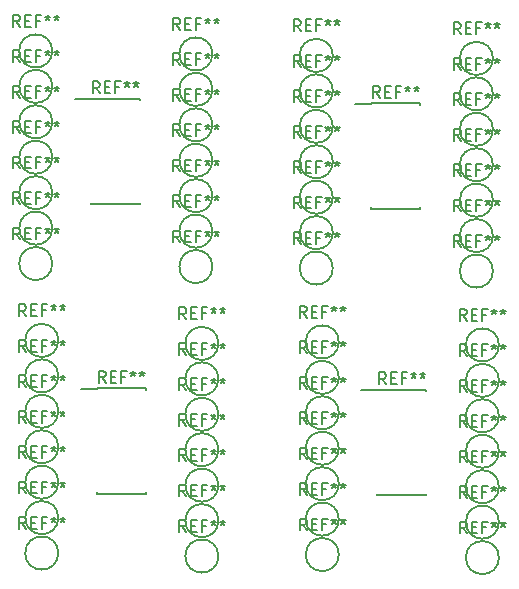
<source format=gbr>
G04 #@! TF.FileFunction,Legend,Top*
%FSLAX46Y46*%
G04 Gerber Fmt 4.6, Leading zero omitted, Abs format (unit mm)*
G04 Created by KiCad (PCBNEW 4.0.6-e0-6349~53~ubuntu16.04.1) date Wed Aug  9 14:44:26 2017*
%MOMM*%
%LPD*%
G01*
G04 APERTURE LIST*
%ADD10C,0.100000*%
%ADD11C,0.150000*%
G04 APERTURE END LIST*
D10*
D11*
X118829000Y-118740000D02*
X118829000Y-118765000D01*
X122979000Y-118740000D02*
X122979000Y-118855000D01*
X122979000Y-127640000D02*
X122979000Y-127525000D01*
X118829000Y-127640000D02*
X118829000Y-127525000D01*
X118829000Y-118740000D02*
X122979000Y-118740000D01*
X118829000Y-127640000D02*
X122979000Y-127640000D01*
X118829000Y-118765000D02*
X117454000Y-118765000D01*
X129129000Y-129935000D02*
G75*
G03X129129000Y-129935000I-1400000J0D01*
G01*
X129129000Y-126935000D02*
G75*
G03X129129000Y-126935000I-1400000J0D01*
G01*
X129129000Y-120935000D02*
G75*
G03X129129000Y-120935000I-1400000J0D01*
G01*
X129129000Y-132935000D02*
G75*
G03X129129000Y-132935000I-1400000J0D01*
G01*
X115573000Y-132681000D02*
G75*
G03X115573000Y-132681000I-1400000J0D01*
G01*
X129129000Y-123935000D02*
G75*
G03X129129000Y-123935000I-1400000J0D01*
G01*
X115573000Y-126681000D02*
G75*
G03X115573000Y-126681000I-1400000J0D01*
G01*
X115573000Y-129681000D02*
G75*
G03X115573000Y-129681000I-1400000J0D01*
G01*
X115573000Y-123681000D02*
G75*
G03X115573000Y-123681000I-1400000J0D01*
G01*
X115573000Y-120681000D02*
G75*
G03X115573000Y-120681000I-1400000J0D01*
G01*
X115573000Y-114681000D02*
G75*
G03X115573000Y-114681000I-1400000J0D01*
G01*
X115573000Y-117681000D02*
G75*
G03X115573000Y-117681000I-1400000J0D01*
G01*
X129129000Y-117935000D02*
G75*
G03X129129000Y-117935000I-1400000J0D01*
G01*
X129129000Y-114935000D02*
G75*
G03X129129000Y-114935000I-1400000J0D01*
G01*
X142578000Y-118867000D02*
X142578000Y-118892000D01*
X146728000Y-118867000D02*
X146728000Y-118982000D01*
X146728000Y-127767000D02*
X146728000Y-127652000D01*
X142578000Y-127767000D02*
X142578000Y-127652000D01*
X142578000Y-118867000D02*
X146728000Y-118867000D01*
X142578000Y-127767000D02*
X146728000Y-127767000D01*
X142578000Y-118892000D02*
X141203000Y-118892000D01*
X152878000Y-130062000D02*
G75*
G03X152878000Y-130062000I-1400000J0D01*
G01*
X152878000Y-127062000D02*
G75*
G03X152878000Y-127062000I-1400000J0D01*
G01*
X152878000Y-121062000D02*
G75*
G03X152878000Y-121062000I-1400000J0D01*
G01*
X152878000Y-133062000D02*
G75*
G03X152878000Y-133062000I-1400000J0D01*
G01*
X139322000Y-132808000D02*
G75*
G03X139322000Y-132808000I-1400000J0D01*
G01*
X152878000Y-124062000D02*
G75*
G03X152878000Y-124062000I-1400000J0D01*
G01*
X139322000Y-126808000D02*
G75*
G03X139322000Y-126808000I-1400000J0D01*
G01*
X139322000Y-129808000D02*
G75*
G03X139322000Y-129808000I-1400000J0D01*
G01*
X139322000Y-123808000D02*
G75*
G03X139322000Y-123808000I-1400000J0D01*
G01*
X139322000Y-120808000D02*
G75*
G03X139322000Y-120808000I-1400000J0D01*
G01*
X139322000Y-114808000D02*
G75*
G03X139322000Y-114808000I-1400000J0D01*
G01*
X139322000Y-117808000D02*
G75*
G03X139322000Y-117808000I-1400000J0D01*
G01*
X152878000Y-118062000D02*
G75*
G03X152878000Y-118062000I-1400000J0D01*
G01*
X152878000Y-115062000D02*
G75*
G03X152878000Y-115062000I-1400000J0D01*
G01*
X142070000Y-94610000D02*
X142070000Y-94635000D01*
X146220000Y-94610000D02*
X146220000Y-94725000D01*
X146220000Y-103510000D02*
X146220000Y-103395000D01*
X142070000Y-103510000D02*
X142070000Y-103395000D01*
X142070000Y-94610000D02*
X146220000Y-94610000D01*
X142070000Y-103510000D02*
X146220000Y-103510000D01*
X142070000Y-94635000D02*
X140695000Y-94635000D01*
X152370000Y-105805000D02*
G75*
G03X152370000Y-105805000I-1400000J0D01*
G01*
X152370000Y-102805000D02*
G75*
G03X152370000Y-102805000I-1400000J0D01*
G01*
X152370000Y-96805000D02*
G75*
G03X152370000Y-96805000I-1400000J0D01*
G01*
X152370000Y-108805000D02*
G75*
G03X152370000Y-108805000I-1400000J0D01*
G01*
X138814000Y-108551000D02*
G75*
G03X138814000Y-108551000I-1400000J0D01*
G01*
X152370000Y-99805000D02*
G75*
G03X152370000Y-99805000I-1400000J0D01*
G01*
X138814000Y-102551000D02*
G75*
G03X138814000Y-102551000I-1400000J0D01*
G01*
X138814000Y-105551000D02*
G75*
G03X138814000Y-105551000I-1400000J0D01*
G01*
X138814000Y-99551000D02*
G75*
G03X138814000Y-99551000I-1400000J0D01*
G01*
X138814000Y-96551000D02*
G75*
G03X138814000Y-96551000I-1400000J0D01*
G01*
X138814000Y-90551000D02*
G75*
G03X138814000Y-90551000I-1400000J0D01*
G01*
X138814000Y-93551000D02*
G75*
G03X138814000Y-93551000I-1400000J0D01*
G01*
X152370000Y-93805000D02*
G75*
G03X152370000Y-93805000I-1400000J0D01*
G01*
X152370000Y-90805000D02*
G75*
G03X152370000Y-90805000I-1400000J0D01*
G01*
X128621000Y-108424000D02*
G75*
G03X128621000Y-108424000I-1400000J0D01*
G01*
X115065000Y-108170000D02*
G75*
G03X115065000Y-108170000I-1400000J0D01*
G01*
X128621000Y-105424000D02*
G75*
G03X128621000Y-105424000I-1400000J0D01*
G01*
X115065000Y-105170000D02*
G75*
G03X115065000Y-105170000I-1400000J0D01*
G01*
X128621000Y-102424000D02*
G75*
G03X128621000Y-102424000I-1400000J0D01*
G01*
X115065000Y-102170000D02*
G75*
G03X115065000Y-102170000I-1400000J0D01*
G01*
X128621000Y-99424000D02*
G75*
G03X128621000Y-99424000I-1400000J0D01*
G01*
X115065000Y-99170000D02*
G75*
G03X115065000Y-99170000I-1400000J0D01*
G01*
X128621000Y-96424000D02*
G75*
G03X128621000Y-96424000I-1400000J0D01*
G01*
X115065000Y-96170000D02*
G75*
G03X115065000Y-96170000I-1400000J0D01*
G01*
X128621000Y-93424000D02*
G75*
G03X128621000Y-93424000I-1400000J0D01*
G01*
X115065000Y-93170000D02*
G75*
G03X115065000Y-93170000I-1400000J0D01*
G01*
X128621000Y-90424000D02*
G75*
G03X128621000Y-90424000I-1400000J0D01*
G01*
X118321000Y-94229000D02*
X118321000Y-94254000D01*
X122471000Y-94229000D02*
X122471000Y-94344000D01*
X122471000Y-103129000D02*
X122471000Y-103014000D01*
X118321000Y-103129000D02*
X118321000Y-103014000D01*
X118321000Y-94229000D02*
X122471000Y-94229000D01*
X118321000Y-103129000D02*
X122471000Y-103129000D01*
X118321000Y-94254000D02*
X116946000Y-94254000D01*
X115065000Y-90170000D02*
G75*
G03X115065000Y-90170000I-1400000J0D01*
G01*
X119570667Y-118267381D02*
X119237333Y-117791190D01*
X118999238Y-118267381D02*
X118999238Y-117267381D01*
X119380191Y-117267381D01*
X119475429Y-117315000D01*
X119523048Y-117362619D01*
X119570667Y-117457857D01*
X119570667Y-117600714D01*
X119523048Y-117695952D01*
X119475429Y-117743571D01*
X119380191Y-117791190D01*
X118999238Y-117791190D01*
X119999238Y-117743571D02*
X120332572Y-117743571D01*
X120475429Y-118267381D02*
X119999238Y-118267381D01*
X119999238Y-117267381D01*
X120475429Y-117267381D01*
X121237334Y-117743571D02*
X120904000Y-117743571D01*
X120904000Y-118267381D02*
X120904000Y-117267381D01*
X121380191Y-117267381D01*
X121904000Y-117267381D02*
X121904000Y-117505476D01*
X121665905Y-117410238D02*
X121904000Y-117505476D01*
X122142096Y-117410238D01*
X121761143Y-117695952D02*
X121904000Y-117505476D01*
X122046858Y-117695952D01*
X122665905Y-117267381D02*
X122665905Y-117505476D01*
X122427810Y-117410238D02*
X122665905Y-117505476D01*
X122904001Y-117410238D01*
X122523048Y-117695952D02*
X122665905Y-117505476D01*
X122808763Y-117695952D01*
X126395667Y-127887381D02*
X126062333Y-127411190D01*
X125824238Y-127887381D02*
X125824238Y-126887381D01*
X126205191Y-126887381D01*
X126300429Y-126935000D01*
X126348048Y-126982619D01*
X126395667Y-127077857D01*
X126395667Y-127220714D01*
X126348048Y-127315952D01*
X126300429Y-127363571D01*
X126205191Y-127411190D01*
X125824238Y-127411190D01*
X126824238Y-127363571D02*
X127157572Y-127363571D01*
X127300429Y-127887381D02*
X126824238Y-127887381D01*
X126824238Y-126887381D01*
X127300429Y-126887381D01*
X128062334Y-127363571D02*
X127729000Y-127363571D01*
X127729000Y-127887381D02*
X127729000Y-126887381D01*
X128205191Y-126887381D01*
X128729000Y-126887381D02*
X128729000Y-127125476D01*
X128490905Y-127030238D02*
X128729000Y-127125476D01*
X128967096Y-127030238D01*
X128586143Y-127315952D02*
X128729000Y-127125476D01*
X128871858Y-127315952D01*
X129490905Y-126887381D02*
X129490905Y-127125476D01*
X129252810Y-127030238D02*
X129490905Y-127125476D01*
X129729001Y-127030238D01*
X129348048Y-127315952D02*
X129490905Y-127125476D01*
X129633763Y-127315952D01*
X126395667Y-124887381D02*
X126062333Y-124411190D01*
X125824238Y-124887381D02*
X125824238Y-123887381D01*
X126205191Y-123887381D01*
X126300429Y-123935000D01*
X126348048Y-123982619D01*
X126395667Y-124077857D01*
X126395667Y-124220714D01*
X126348048Y-124315952D01*
X126300429Y-124363571D01*
X126205191Y-124411190D01*
X125824238Y-124411190D01*
X126824238Y-124363571D02*
X127157572Y-124363571D01*
X127300429Y-124887381D02*
X126824238Y-124887381D01*
X126824238Y-123887381D01*
X127300429Y-123887381D01*
X128062334Y-124363571D02*
X127729000Y-124363571D01*
X127729000Y-124887381D02*
X127729000Y-123887381D01*
X128205191Y-123887381D01*
X128729000Y-123887381D02*
X128729000Y-124125476D01*
X128490905Y-124030238D02*
X128729000Y-124125476D01*
X128967096Y-124030238D01*
X128586143Y-124315952D02*
X128729000Y-124125476D01*
X128871858Y-124315952D01*
X129490905Y-123887381D02*
X129490905Y-124125476D01*
X129252810Y-124030238D02*
X129490905Y-124125476D01*
X129729001Y-124030238D01*
X129348048Y-124315952D02*
X129490905Y-124125476D01*
X129633763Y-124315952D01*
X126395667Y-118887381D02*
X126062333Y-118411190D01*
X125824238Y-118887381D02*
X125824238Y-117887381D01*
X126205191Y-117887381D01*
X126300429Y-117935000D01*
X126348048Y-117982619D01*
X126395667Y-118077857D01*
X126395667Y-118220714D01*
X126348048Y-118315952D01*
X126300429Y-118363571D01*
X126205191Y-118411190D01*
X125824238Y-118411190D01*
X126824238Y-118363571D02*
X127157572Y-118363571D01*
X127300429Y-118887381D02*
X126824238Y-118887381D01*
X126824238Y-117887381D01*
X127300429Y-117887381D01*
X128062334Y-118363571D02*
X127729000Y-118363571D01*
X127729000Y-118887381D02*
X127729000Y-117887381D01*
X128205191Y-117887381D01*
X128729000Y-117887381D02*
X128729000Y-118125476D01*
X128490905Y-118030238D02*
X128729000Y-118125476D01*
X128967096Y-118030238D01*
X128586143Y-118315952D02*
X128729000Y-118125476D01*
X128871858Y-118315952D01*
X129490905Y-117887381D02*
X129490905Y-118125476D01*
X129252810Y-118030238D02*
X129490905Y-118125476D01*
X129729001Y-118030238D01*
X129348048Y-118315952D02*
X129490905Y-118125476D01*
X129633763Y-118315952D01*
X126395667Y-130887381D02*
X126062333Y-130411190D01*
X125824238Y-130887381D02*
X125824238Y-129887381D01*
X126205191Y-129887381D01*
X126300429Y-129935000D01*
X126348048Y-129982619D01*
X126395667Y-130077857D01*
X126395667Y-130220714D01*
X126348048Y-130315952D01*
X126300429Y-130363571D01*
X126205191Y-130411190D01*
X125824238Y-130411190D01*
X126824238Y-130363571D02*
X127157572Y-130363571D01*
X127300429Y-130887381D02*
X126824238Y-130887381D01*
X126824238Y-129887381D01*
X127300429Y-129887381D01*
X128062334Y-130363571D02*
X127729000Y-130363571D01*
X127729000Y-130887381D02*
X127729000Y-129887381D01*
X128205191Y-129887381D01*
X128729000Y-129887381D02*
X128729000Y-130125476D01*
X128490905Y-130030238D02*
X128729000Y-130125476D01*
X128967096Y-130030238D01*
X128586143Y-130315952D02*
X128729000Y-130125476D01*
X128871858Y-130315952D01*
X129490905Y-129887381D02*
X129490905Y-130125476D01*
X129252810Y-130030238D02*
X129490905Y-130125476D01*
X129729001Y-130030238D01*
X129348048Y-130315952D02*
X129490905Y-130125476D01*
X129633763Y-130315952D01*
X112839667Y-130633381D02*
X112506333Y-130157190D01*
X112268238Y-130633381D02*
X112268238Y-129633381D01*
X112649191Y-129633381D01*
X112744429Y-129681000D01*
X112792048Y-129728619D01*
X112839667Y-129823857D01*
X112839667Y-129966714D01*
X112792048Y-130061952D01*
X112744429Y-130109571D01*
X112649191Y-130157190D01*
X112268238Y-130157190D01*
X113268238Y-130109571D02*
X113601572Y-130109571D01*
X113744429Y-130633381D02*
X113268238Y-130633381D01*
X113268238Y-129633381D01*
X113744429Y-129633381D01*
X114506334Y-130109571D02*
X114173000Y-130109571D01*
X114173000Y-130633381D02*
X114173000Y-129633381D01*
X114649191Y-129633381D01*
X115173000Y-129633381D02*
X115173000Y-129871476D01*
X114934905Y-129776238D02*
X115173000Y-129871476D01*
X115411096Y-129776238D01*
X115030143Y-130061952D02*
X115173000Y-129871476D01*
X115315858Y-130061952D01*
X115934905Y-129633381D02*
X115934905Y-129871476D01*
X115696810Y-129776238D02*
X115934905Y-129871476D01*
X116173001Y-129776238D01*
X115792048Y-130061952D02*
X115934905Y-129871476D01*
X116077763Y-130061952D01*
X126395667Y-121887381D02*
X126062333Y-121411190D01*
X125824238Y-121887381D02*
X125824238Y-120887381D01*
X126205191Y-120887381D01*
X126300429Y-120935000D01*
X126348048Y-120982619D01*
X126395667Y-121077857D01*
X126395667Y-121220714D01*
X126348048Y-121315952D01*
X126300429Y-121363571D01*
X126205191Y-121411190D01*
X125824238Y-121411190D01*
X126824238Y-121363571D02*
X127157572Y-121363571D01*
X127300429Y-121887381D02*
X126824238Y-121887381D01*
X126824238Y-120887381D01*
X127300429Y-120887381D01*
X128062334Y-121363571D02*
X127729000Y-121363571D01*
X127729000Y-121887381D02*
X127729000Y-120887381D01*
X128205191Y-120887381D01*
X128729000Y-120887381D02*
X128729000Y-121125476D01*
X128490905Y-121030238D02*
X128729000Y-121125476D01*
X128967096Y-121030238D01*
X128586143Y-121315952D02*
X128729000Y-121125476D01*
X128871858Y-121315952D01*
X129490905Y-120887381D02*
X129490905Y-121125476D01*
X129252810Y-121030238D02*
X129490905Y-121125476D01*
X129729001Y-121030238D01*
X129348048Y-121315952D02*
X129490905Y-121125476D01*
X129633763Y-121315952D01*
X112839667Y-124633381D02*
X112506333Y-124157190D01*
X112268238Y-124633381D02*
X112268238Y-123633381D01*
X112649191Y-123633381D01*
X112744429Y-123681000D01*
X112792048Y-123728619D01*
X112839667Y-123823857D01*
X112839667Y-123966714D01*
X112792048Y-124061952D01*
X112744429Y-124109571D01*
X112649191Y-124157190D01*
X112268238Y-124157190D01*
X113268238Y-124109571D02*
X113601572Y-124109571D01*
X113744429Y-124633381D02*
X113268238Y-124633381D01*
X113268238Y-123633381D01*
X113744429Y-123633381D01*
X114506334Y-124109571D02*
X114173000Y-124109571D01*
X114173000Y-124633381D02*
X114173000Y-123633381D01*
X114649191Y-123633381D01*
X115173000Y-123633381D02*
X115173000Y-123871476D01*
X114934905Y-123776238D02*
X115173000Y-123871476D01*
X115411096Y-123776238D01*
X115030143Y-124061952D02*
X115173000Y-123871476D01*
X115315858Y-124061952D01*
X115934905Y-123633381D02*
X115934905Y-123871476D01*
X115696810Y-123776238D02*
X115934905Y-123871476D01*
X116173001Y-123776238D01*
X115792048Y-124061952D02*
X115934905Y-123871476D01*
X116077763Y-124061952D01*
X112839667Y-127633381D02*
X112506333Y-127157190D01*
X112268238Y-127633381D02*
X112268238Y-126633381D01*
X112649191Y-126633381D01*
X112744429Y-126681000D01*
X112792048Y-126728619D01*
X112839667Y-126823857D01*
X112839667Y-126966714D01*
X112792048Y-127061952D01*
X112744429Y-127109571D01*
X112649191Y-127157190D01*
X112268238Y-127157190D01*
X113268238Y-127109571D02*
X113601572Y-127109571D01*
X113744429Y-127633381D02*
X113268238Y-127633381D01*
X113268238Y-126633381D01*
X113744429Y-126633381D01*
X114506334Y-127109571D02*
X114173000Y-127109571D01*
X114173000Y-127633381D02*
X114173000Y-126633381D01*
X114649191Y-126633381D01*
X115173000Y-126633381D02*
X115173000Y-126871476D01*
X114934905Y-126776238D02*
X115173000Y-126871476D01*
X115411096Y-126776238D01*
X115030143Y-127061952D02*
X115173000Y-126871476D01*
X115315858Y-127061952D01*
X115934905Y-126633381D02*
X115934905Y-126871476D01*
X115696810Y-126776238D02*
X115934905Y-126871476D01*
X116173001Y-126776238D01*
X115792048Y-127061952D02*
X115934905Y-126871476D01*
X116077763Y-127061952D01*
X112839667Y-121633381D02*
X112506333Y-121157190D01*
X112268238Y-121633381D02*
X112268238Y-120633381D01*
X112649191Y-120633381D01*
X112744429Y-120681000D01*
X112792048Y-120728619D01*
X112839667Y-120823857D01*
X112839667Y-120966714D01*
X112792048Y-121061952D01*
X112744429Y-121109571D01*
X112649191Y-121157190D01*
X112268238Y-121157190D01*
X113268238Y-121109571D02*
X113601572Y-121109571D01*
X113744429Y-121633381D02*
X113268238Y-121633381D01*
X113268238Y-120633381D01*
X113744429Y-120633381D01*
X114506334Y-121109571D02*
X114173000Y-121109571D01*
X114173000Y-121633381D02*
X114173000Y-120633381D01*
X114649191Y-120633381D01*
X115173000Y-120633381D02*
X115173000Y-120871476D01*
X114934905Y-120776238D02*
X115173000Y-120871476D01*
X115411096Y-120776238D01*
X115030143Y-121061952D02*
X115173000Y-120871476D01*
X115315858Y-121061952D01*
X115934905Y-120633381D02*
X115934905Y-120871476D01*
X115696810Y-120776238D02*
X115934905Y-120871476D01*
X116173001Y-120776238D01*
X115792048Y-121061952D02*
X115934905Y-120871476D01*
X116077763Y-121061952D01*
X112839667Y-118633381D02*
X112506333Y-118157190D01*
X112268238Y-118633381D02*
X112268238Y-117633381D01*
X112649191Y-117633381D01*
X112744429Y-117681000D01*
X112792048Y-117728619D01*
X112839667Y-117823857D01*
X112839667Y-117966714D01*
X112792048Y-118061952D01*
X112744429Y-118109571D01*
X112649191Y-118157190D01*
X112268238Y-118157190D01*
X113268238Y-118109571D02*
X113601572Y-118109571D01*
X113744429Y-118633381D02*
X113268238Y-118633381D01*
X113268238Y-117633381D01*
X113744429Y-117633381D01*
X114506334Y-118109571D02*
X114173000Y-118109571D01*
X114173000Y-118633381D02*
X114173000Y-117633381D01*
X114649191Y-117633381D01*
X115173000Y-117633381D02*
X115173000Y-117871476D01*
X114934905Y-117776238D02*
X115173000Y-117871476D01*
X115411096Y-117776238D01*
X115030143Y-118061952D02*
X115173000Y-117871476D01*
X115315858Y-118061952D01*
X115934905Y-117633381D02*
X115934905Y-117871476D01*
X115696810Y-117776238D02*
X115934905Y-117871476D01*
X116173001Y-117776238D01*
X115792048Y-118061952D02*
X115934905Y-117871476D01*
X116077763Y-118061952D01*
X112839667Y-112633381D02*
X112506333Y-112157190D01*
X112268238Y-112633381D02*
X112268238Y-111633381D01*
X112649191Y-111633381D01*
X112744429Y-111681000D01*
X112792048Y-111728619D01*
X112839667Y-111823857D01*
X112839667Y-111966714D01*
X112792048Y-112061952D01*
X112744429Y-112109571D01*
X112649191Y-112157190D01*
X112268238Y-112157190D01*
X113268238Y-112109571D02*
X113601572Y-112109571D01*
X113744429Y-112633381D02*
X113268238Y-112633381D01*
X113268238Y-111633381D01*
X113744429Y-111633381D01*
X114506334Y-112109571D02*
X114173000Y-112109571D01*
X114173000Y-112633381D02*
X114173000Y-111633381D01*
X114649191Y-111633381D01*
X115173000Y-111633381D02*
X115173000Y-111871476D01*
X114934905Y-111776238D02*
X115173000Y-111871476D01*
X115411096Y-111776238D01*
X115030143Y-112061952D02*
X115173000Y-111871476D01*
X115315858Y-112061952D01*
X115934905Y-111633381D02*
X115934905Y-111871476D01*
X115696810Y-111776238D02*
X115934905Y-111871476D01*
X116173001Y-111776238D01*
X115792048Y-112061952D02*
X115934905Y-111871476D01*
X116077763Y-112061952D01*
X112839667Y-115633381D02*
X112506333Y-115157190D01*
X112268238Y-115633381D02*
X112268238Y-114633381D01*
X112649191Y-114633381D01*
X112744429Y-114681000D01*
X112792048Y-114728619D01*
X112839667Y-114823857D01*
X112839667Y-114966714D01*
X112792048Y-115061952D01*
X112744429Y-115109571D01*
X112649191Y-115157190D01*
X112268238Y-115157190D01*
X113268238Y-115109571D02*
X113601572Y-115109571D01*
X113744429Y-115633381D02*
X113268238Y-115633381D01*
X113268238Y-114633381D01*
X113744429Y-114633381D01*
X114506334Y-115109571D02*
X114173000Y-115109571D01*
X114173000Y-115633381D02*
X114173000Y-114633381D01*
X114649191Y-114633381D01*
X115173000Y-114633381D02*
X115173000Y-114871476D01*
X114934905Y-114776238D02*
X115173000Y-114871476D01*
X115411096Y-114776238D01*
X115030143Y-115061952D02*
X115173000Y-114871476D01*
X115315858Y-115061952D01*
X115934905Y-114633381D02*
X115934905Y-114871476D01*
X115696810Y-114776238D02*
X115934905Y-114871476D01*
X116173001Y-114776238D01*
X115792048Y-115061952D02*
X115934905Y-114871476D01*
X116077763Y-115061952D01*
X126395667Y-115887381D02*
X126062333Y-115411190D01*
X125824238Y-115887381D02*
X125824238Y-114887381D01*
X126205191Y-114887381D01*
X126300429Y-114935000D01*
X126348048Y-114982619D01*
X126395667Y-115077857D01*
X126395667Y-115220714D01*
X126348048Y-115315952D01*
X126300429Y-115363571D01*
X126205191Y-115411190D01*
X125824238Y-115411190D01*
X126824238Y-115363571D02*
X127157572Y-115363571D01*
X127300429Y-115887381D02*
X126824238Y-115887381D01*
X126824238Y-114887381D01*
X127300429Y-114887381D01*
X128062334Y-115363571D02*
X127729000Y-115363571D01*
X127729000Y-115887381D02*
X127729000Y-114887381D01*
X128205191Y-114887381D01*
X128729000Y-114887381D02*
X128729000Y-115125476D01*
X128490905Y-115030238D02*
X128729000Y-115125476D01*
X128967096Y-115030238D01*
X128586143Y-115315952D02*
X128729000Y-115125476D01*
X128871858Y-115315952D01*
X129490905Y-114887381D02*
X129490905Y-115125476D01*
X129252810Y-115030238D02*
X129490905Y-115125476D01*
X129729001Y-115030238D01*
X129348048Y-115315952D02*
X129490905Y-115125476D01*
X129633763Y-115315952D01*
X126395667Y-112887381D02*
X126062333Y-112411190D01*
X125824238Y-112887381D02*
X125824238Y-111887381D01*
X126205191Y-111887381D01*
X126300429Y-111935000D01*
X126348048Y-111982619D01*
X126395667Y-112077857D01*
X126395667Y-112220714D01*
X126348048Y-112315952D01*
X126300429Y-112363571D01*
X126205191Y-112411190D01*
X125824238Y-112411190D01*
X126824238Y-112363571D02*
X127157572Y-112363571D01*
X127300429Y-112887381D02*
X126824238Y-112887381D01*
X126824238Y-111887381D01*
X127300429Y-111887381D01*
X128062334Y-112363571D02*
X127729000Y-112363571D01*
X127729000Y-112887381D02*
X127729000Y-111887381D01*
X128205191Y-111887381D01*
X128729000Y-111887381D02*
X128729000Y-112125476D01*
X128490905Y-112030238D02*
X128729000Y-112125476D01*
X128967096Y-112030238D01*
X128586143Y-112315952D02*
X128729000Y-112125476D01*
X128871858Y-112315952D01*
X129490905Y-111887381D02*
X129490905Y-112125476D01*
X129252810Y-112030238D02*
X129490905Y-112125476D01*
X129729001Y-112030238D01*
X129348048Y-112315952D02*
X129490905Y-112125476D01*
X129633763Y-112315952D01*
X143319667Y-118394381D02*
X142986333Y-117918190D01*
X142748238Y-118394381D02*
X142748238Y-117394381D01*
X143129191Y-117394381D01*
X143224429Y-117442000D01*
X143272048Y-117489619D01*
X143319667Y-117584857D01*
X143319667Y-117727714D01*
X143272048Y-117822952D01*
X143224429Y-117870571D01*
X143129191Y-117918190D01*
X142748238Y-117918190D01*
X143748238Y-117870571D02*
X144081572Y-117870571D01*
X144224429Y-118394381D02*
X143748238Y-118394381D01*
X143748238Y-117394381D01*
X144224429Y-117394381D01*
X144986334Y-117870571D02*
X144653000Y-117870571D01*
X144653000Y-118394381D02*
X144653000Y-117394381D01*
X145129191Y-117394381D01*
X145653000Y-117394381D02*
X145653000Y-117632476D01*
X145414905Y-117537238D02*
X145653000Y-117632476D01*
X145891096Y-117537238D01*
X145510143Y-117822952D02*
X145653000Y-117632476D01*
X145795858Y-117822952D01*
X146414905Y-117394381D02*
X146414905Y-117632476D01*
X146176810Y-117537238D02*
X146414905Y-117632476D01*
X146653001Y-117537238D01*
X146272048Y-117822952D02*
X146414905Y-117632476D01*
X146557763Y-117822952D01*
X150144667Y-128014381D02*
X149811333Y-127538190D01*
X149573238Y-128014381D02*
X149573238Y-127014381D01*
X149954191Y-127014381D01*
X150049429Y-127062000D01*
X150097048Y-127109619D01*
X150144667Y-127204857D01*
X150144667Y-127347714D01*
X150097048Y-127442952D01*
X150049429Y-127490571D01*
X149954191Y-127538190D01*
X149573238Y-127538190D01*
X150573238Y-127490571D02*
X150906572Y-127490571D01*
X151049429Y-128014381D02*
X150573238Y-128014381D01*
X150573238Y-127014381D01*
X151049429Y-127014381D01*
X151811334Y-127490571D02*
X151478000Y-127490571D01*
X151478000Y-128014381D02*
X151478000Y-127014381D01*
X151954191Y-127014381D01*
X152478000Y-127014381D02*
X152478000Y-127252476D01*
X152239905Y-127157238D02*
X152478000Y-127252476D01*
X152716096Y-127157238D01*
X152335143Y-127442952D02*
X152478000Y-127252476D01*
X152620858Y-127442952D01*
X153239905Y-127014381D02*
X153239905Y-127252476D01*
X153001810Y-127157238D02*
X153239905Y-127252476D01*
X153478001Y-127157238D01*
X153097048Y-127442952D02*
X153239905Y-127252476D01*
X153382763Y-127442952D01*
X150144667Y-125014381D02*
X149811333Y-124538190D01*
X149573238Y-125014381D02*
X149573238Y-124014381D01*
X149954191Y-124014381D01*
X150049429Y-124062000D01*
X150097048Y-124109619D01*
X150144667Y-124204857D01*
X150144667Y-124347714D01*
X150097048Y-124442952D01*
X150049429Y-124490571D01*
X149954191Y-124538190D01*
X149573238Y-124538190D01*
X150573238Y-124490571D02*
X150906572Y-124490571D01*
X151049429Y-125014381D02*
X150573238Y-125014381D01*
X150573238Y-124014381D01*
X151049429Y-124014381D01*
X151811334Y-124490571D02*
X151478000Y-124490571D01*
X151478000Y-125014381D02*
X151478000Y-124014381D01*
X151954191Y-124014381D01*
X152478000Y-124014381D02*
X152478000Y-124252476D01*
X152239905Y-124157238D02*
X152478000Y-124252476D01*
X152716096Y-124157238D01*
X152335143Y-124442952D02*
X152478000Y-124252476D01*
X152620858Y-124442952D01*
X153239905Y-124014381D02*
X153239905Y-124252476D01*
X153001810Y-124157238D02*
X153239905Y-124252476D01*
X153478001Y-124157238D01*
X153097048Y-124442952D02*
X153239905Y-124252476D01*
X153382763Y-124442952D01*
X150144667Y-119014381D02*
X149811333Y-118538190D01*
X149573238Y-119014381D02*
X149573238Y-118014381D01*
X149954191Y-118014381D01*
X150049429Y-118062000D01*
X150097048Y-118109619D01*
X150144667Y-118204857D01*
X150144667Y-118347714D01*
X150097048Y-118442952D01*
X150049429Y-118490571D01*
X149954191Y-118538190D01*
X149573238Y-118538190D01*
X150573238Y-118490571D02*
X150906572Y-118490571D01*
X151049429Y-119014381D02*
X150573238Y-119014381D01*
X150573238Y-118014381D01*
X151049429Y-118014381D01*
X151811334Y-118490571D02*
X151478000Y-118490571D01*
X151478000Y-119014381D02*
X151478000Y-118014381D01*
X151954191Y-118014381D01*
X152478000Y-118014381D02*
X152478000Y-118252476D01*
X152239905Y-118157238D02*
X152478000Y-118252476D01*
X152716096Y-118157238D01*
X152335143Y-118442952D02*
X152478000Y-118252476D01*
X152620858Y-118442952D01*
X153239905Y-118014381D02*
X153239905Y-118252476D01*
X153001810Y-118157238D02*
X153239905Y-118252476D01*
X153478001Y-118157238D01*
X153097048Y-118442952D02*
X153239905Y-118252476D01*
X153382763Y-118442952D01*
X150144667Y-131014381D02*
X149811333Y-130538190D01*
X149573238Y-131014381D02*
X149573238Y-130014381D01*
X149954191Y-130014381D01*
X150049429Y-130062000D01*
X150097048Y-130109619D01*
X150144667Y-130204857D01*
X150144667Y-130347714D01*
X150097048Y-130442952D01*
X150049429Y-130490571D01*
X149954191Y-130538190D01*
X149573238Y-130538190D01*
X150573238Y-130490571D02*
X150906572Y-130490571D01*
X151049429Y-131014381D02*
X150573238Y-131014381D01*
X150573238Y-130014381D01*
X151049429Y-130014381D01*
X151811334Y-130490571D02*
X151478000Y-130490571D01*
X151478000Y-131014381D02*
X151478000Y-130014381D01*
X151954191Y-130014381D01*
X152478000Y-130014381D02*
X152478000Y-130252476D01*
X152239905Y-130157238D02*
X152478000Y-130252476D01*
X152716096Y-130157238D01*
X152335143Y-130442952D02*
X152478000Y-130252476D01*
X152620858Y-130442952D01*
X153239905Y-130014381D02*
X153239905Y-130252476D01*
X153001810Y-130157238D02*
X153239905Y-130252476D01*
X153478001Y-130157238D01*
X153097048Y-130442952D02*
X153239905Y-130252476D01*
X153382763Y-130442952D01*
X136588667Y-130760381D02*
X136255333Y-130284190D01*
X136017238Y-130760381D02*
X136017238Y-129760381D01*
X136398191Y-129760381D01*
X136493429Y-129808000D01*
X136541048Y-129855619D01*
X136588667Y-129950857D01*
X136588667Y-130093714D01*
X136541048Y-130188952D01*
X136493429Y-130236571D01*
X136398191Y-130284190D01*
X136017238Y-130284190D01*
X137017238Y-130236571D02*
X137350572Y-130236571D01*
X137493429Y-130760381D02*
X137017238Y-130760381D01*
X137017238Y-129760381D01*
X137493429Y-129760381D01*
X138255334Y-130236571D02*
X137922000Y-130236571D01*
X137922000Y-130760381D02*
X137922000Y-129760381D01*
X138398191Y-129760381D01*
X138922000Y-129760381D02*
X138922000Y-129998476D01*
X138683905Y-129903238D02*
X138922000Y-129998476D01*
X139160096Y-129903238D01*
X138779143Y-130188952D02*
X138922000Y-129998476D01*
X139064858Y-130188952D01*
X139683905Y-129760381D02*
X139683905Y-129998476D01*
X139445810Y-129903238D02*
X139683905Y-129998476D01*
X139922001Y-129903238D01*
X139541048Y-130188952D02*
X139683905Y-129998476D01*
X139826763Y-130188952D01*
X150144667Y-122014381D02*
X149811333Y-121538190D01*
X149573238Y-122014381D02*
X149573238Y-121014381D01*
X149954191Y-121014381D01*
X150049429Y-121062000D01*
X150097048Y-121109619D01*
X150144667Y-121204857D01*
X150144667Y-121347714D01*
X150097048Y-121442952D01*
X150049429Y-121490571D01*
X149954191Y-121538190D01*
X149573238Y-121538190D01*
X150573238Y-121490571D02*
X150906572Y-121490571D01*
X151049429Y-122014381D02*
X150573238Y-122014381D01*
X150573238Y-121014381D01*
X151049429Y-121014381D01*
X151811334Y-121490571D02*
X151478000Y-121490571D01*
X151478000Y-122014381D02*
X151478000Y-121014381D01*
X151954191Y-121014381D01*
X152478000Y-121014381D02*
X152478000Y-121252476D01*
X152239905Y-121157238D02*
X152478000Y-121252476D01*
X152716096Y-121157238D01*
X152335143Y-121442952D02*
X152478000Y-121252476D01*
X152620858Y-121442952D01*
X153239905Y-121014381D02*
X153239905Y-121252476D01*
X153001810Y-121157238D02*
X153239905Y-121252476D01*
X153478001Y-121157238D01*
X153097048Y-121442952D02*
X153239905Y-121252476D01*
X153382763Y-121442952D01*
X136588667Y-124760381D02*
X136255333Y-124284190D01*
X136017238Y-124760381D02*
X136017238Y-123760381D01*
X136398191Y-123760381D01*
X136493429Y-123808000D01*
X136541048Y-123855619D01*
X136588667Y-123950857D01*
X136588667Y-124093714D01*
X136541048Y-124188952D01*
X136493429Y-124236571D01*
X136398191Y-124284190D01*
X136017238Y-124284190D01*
X137017238Y-124236571D02*
X137350572Y-124236571D01*
X137493429Y-124760381D02*
X137017238Y-124760381D01*
X137017238Y-123760381D01*
X137493429Y-123760381D01*
X138255334Y-124236571D02*
X137922000Y-124236571D01*
X137922000Y-124760381D02*
X137922000Y-123760381D01*
X138398191Y-123760381D01*
X138922000Y-123760381D02*
X138922000Y-123998476D01*
X138683905Y-123903238D02*
X138922000Y-123998476D01*
X139160096Y-123903238D01*
X138779143Y-124188952D02*
X138922000Y-123998476D01*
X139064858Y-124188952D01*
X139683905Y-123760381D02*
X139683905Y-123998476D01*
X139445810Y-123903238D02*
X139683905Y-123998476D01*
X139922001Y-123903238D01*
X139541048Y-124188952D02*
X139683905Y-123998476D01*
X139826763Y-124188952D01*
X136588667Y-127760381D02*
X136255333Y-127284190D01*
X136017238Y-127760381D02*
X136017238Y-126760381D01*
X136398191Y-126760381D01*
X136493429Y-126808000D01*
X136541048Y-126855619D01*
X136588667Y-126950857D01*
X136588667Y-127093714D01*
X136541048Y-127188952D01*
X136493429Y-127236571D01*
X136398191Y-127284190D01*
X136017238Y-127284190D01*
X137017238Y-127236571D02*
X137350572Y-127236571D01*
X137493429Y-127760381D02*
X137017238Y-127760381D01*
X137017238Y-126760381D01*
X137493429Y-126760381D01*
X138255334Y-127236571D02*
X137922000Y-127236571D01*
X137922000Y-127760381D02*
X137922000Y-126760381D01*
X138398191Y-126760381D01*
X138922000Y-126760381D02*
X138922000Y-126998476D01*
X138683905Y-126903238D02*
X138922000Y-126998476D01*
X139160096Y-126903238D01*
X138779143Y-127188952D02*
X138922000Y-126998476D01*
X139064858Y-127188952D01*
X139683905Y-126760381D02*
X139683905Y-126998476D01*
X139445810Y-126903238D02*
X139683905Y-126998476D01*
X139922001Y-126903238D01*
X139541048Y-127188952D02*
X139683905Y-126998476D01*
X139826763Y-127188952D01*
X136588667Y-121760381D02*
X136255333Y-121284190D01*
X136017238Y-121760381D02*
X136017238Y-120760381D01*
X136398191Y-120760381D01*
X136493429Y-120808000D01*
X136541048Y-120855619D01*
X136588667Y-120950857D01*
X136588667Y-121093714D01*
X136541048Y-121188952D01*
X136493429Y-121236571D01*
X136398191Y-121284190D01*
X136017238Y-121284190D01*
X137017238Y-121236571D02*
X137350572Y-121236571D01*
X137493429Y-121760381D02*
X137017238Y-121760381D01*
X137017238Y-120760381D01*
X137493429Y-120760381D01*
X138255334Y-121236571D02*
X137922000Y-121236571D01*
X137922000Y-121760381D02*
X137922000Y-120760381D01*
X138398191Y-120760381D01*
X138922000Y-120760381D02*
X138922000Y-120998476D01*
X138683905Y-120903238D02*
X138922000Y-120998476D01*
X139160096Y-120903238D01*
X138779143Y-121188952D02*
X138922000Y-120998476D01*
X139064858Y-121188952D01*
X139683905Y-120760381D02*
X139683905Y-120998476D01*
X139445810Y-120903238D02*
X139683905Y-120998476D01*
X139922001Y-120903238D01*
X139541048Y-121188952D02*
X139683905Y-120998476D01*
X139826763Y-121188952D01*
X136588667Y-118760381D02*
X136255333Y-118284190D01*
X136017238Y-118760381D02*
X136017238Y-117760381D01*
X136398191Y-117760381D01*
X136493429Y-117808000D01*
X136541048Y-117855619D01*
X136588667Y-117950857D01*
X136588667Y-118093714D01*
X136541048Y-118188952D01*
X136493429Y-118236571D01*
X136398191Y-118284190D01*
X136017238Y-118284190D01*
X137017238Y-118236571D02*
X137350572Y-118236571D01*
X137493429Y-118760381D02*
X137017238Y-118760381D01*
X137017238Y-117760381D01*
X137493429Y-117760381D01*
X138255334Y-118236571D02*
X137922000Y-118236571D01*
X137922000Y-118760381D02*
X137922000Y-117760381D01*
X138398191Y-117760381D01*
X138922000Y-117760381D02*
X138922000Y-117998476D01*
X138683905Y-117903238D02*
X138922000Y-117998476D01*
X139160096Y-117903238D01*
X138779143Y-118188952D02*
X138922000Y-117998476D01*
X139064858Y-118188952D01*
X139683905Y-117760381D02*
X139683905Y-117998476D01*
X139445810Y-117903238D02*
X139683905Y-117998476D01*
X139922001Y-117903238D01*
X139541048Y-118188952D02*
X139683905Y-117998476D01*
X139826763Y-118188952D01*
X136588667Y-112760381D02*
X136255333Y-112284190D01*
X136017238Y-112760381D02*
X136017238Y-111760381D01*
X136398191Y-111760381D01*
X136493429Y-111808000D01*
X136541048Y-111855619D01*
X136588667Y-111950857D01*
X136588667Y-112093714D01*
X136541048Y-112188952D01*
X136493429Y-112236571D01*
X136398191Y-112284190D01*
X136017238Y-112284190D01*
X137017238Y-112236571D02*
X137350572Y-112236571D01*
X137493429Y-112760381D02*
X137017238Y-112760381D01*
X137017238Y-111760381D01*
X137493429Y-111760381D01*
X138255334Y-112236571D02*
X137922000Y-112236571D01*
X137922000Y-112760381D02*
X137922000Y-111760381D01*
X138398191Y-111760381D01*
X138922000Y-111760381D02*
X138922000Y-111998476D01*
X138683905Y-111903238D02*
X138922000Y-111998476D01*
X139160096Y-111903238D01*
X138779143Y-112188952D02*
X138922000Y-111998476D01*
X139064858Y-112188952D01*
X139683905Y-111760381D02*
X139683905Y-111998476D01*
X139445810Y-111903238D02*
X139683905Y-111998476D01*
X139922001Y-111903238D01*
X139541048Y-112188952D02*
X139683905Y-111998476D01*
X139826763Y-112188952D01*
X136588667Y-115760381D02*
X136255333Y-115284190D01*
X136017238Y-115760381D02*
X136017238Y-114760381D01*
X136398191Y-114760381D01*
X136493429Y-114808000D01*
X136541048Y-114855619D01*
X136588667Y-114950857D01*
X136588667Y-115093714D01*
X136541048Y-115188952D01*
X136493429Y-115236571D01*
X136398191Y-115284190D01*
X136017238Y-115284190D01*
X137017238Y-115236571D02*
X137350572Y-115236571D01*
X137493429Y-115760381D02*
X137017238Y-115760381D01*
X137017238Y-114760381D01*
X137493429Y-114760381D01*
X138255334Y-115236571D02*
X137922000Y-115236571D01*
X137922000Y-115760381D02*
X137922000Y-114760381D01*
X138398191Y-114760381D01*
X138922000Y-114760381D02*
X138922000Y-114998476D01*
X138683905Y-114903238D02*
X138922000Y-114998476D01*
X139160096Y-114903238D01*
X138779143Y-115188952D02*
X138922000Y-114998476D01*
X139064858Y-115188952D01*
X139683905Y-114760381D02*
X139683905Y-114998476D01*
X139445810Y-114903238D02*
X139683905Y-114998476D01*
X139922001Y-114903238D01*
X139541048Y-115188952D02*
X139683905Y-114998476D01*
X139826763Y-115188952D01*
X150144667Y-116014381D02*
X149811333Y-115538190D01*
X149573238Y-116014381D02*
X149573238Y-115014381D01*
X149954191Y-115014381D01*
X150049429Y-115062000D01*
X150097048Y-115109619D01*
X150144667Y-115204857D01*
X150144667Y-115347714D01*
X150097048Y-115442952D01*
X150049429Y-115490571D01*
X149954191Y-115538190D01*
X149573238Y-115538190D01*
X150573238Y-115490571D02*
X150906572Y-115490571D01*
X151049429Y-116014381D02*
X150573238Y-116014381D01*
X150573238Y-115014381D01*
X151049429Y-115014381D01*
X151811334Y-115490571D02*
X151478000Y-115490571D01*
X151478000Y-116014381D02*
X151478000Y-115014381D01*
X151954191Y-115014381D01*
X152478000Y-115014381D02*
X152478000Y-115252476D01*
X152239905Y-115157238D02*
X152478000Y-115252476D01*
X152716096Y-115157238D01*
X152335143Y-115442952D02*
X152478000Y-115252476D01*
X152620858Y-115442952D01*
X153239905Y-115014381D02*
X153239905Y-115252476D01*
X153001810Y-115157238D02*
X153239905Y-115252476D01*
X153478001Y-115157238D01*
X153097048Y-115442952D02*
X153239905Y-115252476D01*
X153382763Y-115442952D01*
X150144667Y-113014381D02*
X149811333Y-112538190D01*
X149573238Y-113014381D02*
X149573238Y-112014381D01*
X149954191Y-112014381D01*
X150049429Y-112062000D01*
X150097048Y-112109619D01*
X150144667Y-112204857D01*
X150144667Y-112347714D01*
X150097048Y-112442952D01*
X150049429Y-112490571D01*
X149954191Y-112538190D01*
X149573238Y-112538190D01*
X150573238Y-112490571D02*
X150906572Y-112490571D01*
X151049429Y-113014381D02*
X150573238Y-113014381D01*
X150573238Y-112014381D01*
X151049429Y-112014381D01*
X151811334Y-112490571D02*
X151478000Y-112490571D01*
X151478000Y-113014381D02*
X151478000Y-112014381D01*
X151954191Y-112014381D01*
X152478000Y-112014381D02*
X152478000Y-112252476D01*
X152239905Y-112157238D02*
X152478000Y-112252476D01*
X152716096Y-112157238D01*
X152335143Y-112442952D02*
X152478000Y-112252476D01*
X152620858Y-112442952D01*
X153239905Y-112014381D02*
X153239905Y-112252476D01*
X153001810Y-112157238D02*
X153239905Y-112252476D01*
X153478001Y-112157238D01*
X153097048Y-112442952D02*
X153239905Y-112252476D01*
X153382763Y-112442952D01*
X142811667Y-94137381D02*
X142478333Y-93661190D01*
X142240238Y-94137381D02*
X142240238Y-93137381D01*
X142621191Y-93137381D01*
X142716429Y-93185000D01*
X142764048Y-93232619D01*
X142811667Y-93327857D01*
X142811667Y-93470714D01*
X142764048Y-93565952D01*
X142716429Y-93613571D01*
X142621191Y-93661190D01*
X142240238Y-93661190D01*
X143240238Y-93613571D02*
X143573572Y-93613571D01*
X143716429Y-94137381D02*
X143240238Y-94137381D01*
X143240238Y-93137381D01*
X143716429Y-93137381D01*
X144478334Y-93613571D02*
X144145000Y-93613571D01*
X144145000Y-94137381D02*
X144145000Y-93137381D01*
X144621191Y-93137381D01*
X145145000Y-93137381D02*
X145145000Y-93375476D01*
X144906905Y-93280238D02*
X145145000Y-93375476D01*
X145383096Y-93280238D01*
X145002143Y-93565952D02*
X145145000Y-93375476D01*
X145287858Y-93565952D01*
X145906905Y-93137381D02*
X145906905Y-93375476D01*
X145668810Y-93280238D02*
X145906905Y-93375476D01*
X146145001Y-93280238D01*
X145764048Y-93565952D02*
X145906905Y-93375476D01*
X146049763Y-93565952D01*
X149636667Y-103757381D02*
X149303333Y-103281190D01*
X149065238Y-103757381D02*
X149065238Y-102757381D01*
X149446191Y-102757381D01*
X149541429Y-102805000D01*
X149589048Y-102852619D01*
X149636667Y-102947857D01*
X149636667Y-103090714D01*
X149589048Y-103185952D01*
X149541429Y-103233571D01*
X149446191Y-103281190D01*
X149065238Y-103281190D01*
X150065238Y-103233571D02*
X150398572Y-103233571D01*
X150541429Y-103757381D02*
X150065238Y-103757381D01*
X150065238Y-102757381D01*
X150541429Y-102757381D01*
X151303334Y-103233571D02*
X150970000Y-103233571D01*
X150970000Y-103757381D02*
X150970000Y-102757381D01*
X151446191Y-102757381D01*
X151970000Y-102757381D02*
X151970000Y-102995476D01*
X151731905Y-102900238D02*
X151970000Y-102995476D01*
X152208096Y-102900238D01*
X151827143Y-103185952D02*
X151970000Y-102995476D01*
X152112858Y-103185952D01*
X152731905Y-102757381D02*
X152731905Y-102995476D01*
X152493810Y-102900238D02*
X152731905Y-102995476D01*
X152970001Y-102900238D01*
X152589048Y-103185952D02*
X152731905Y-102995476D01*
X152874763Y-103185952D01*
X149636667Y-100757381D02*
X149303333Y-100281190D01*
X149065238Y-100757381D02*
X149065238Y-99757381D01*
X149446191Y-99757381D01*
X149541429Y-99805000D01*
X149589048Y-99852619D01*
X149636667Y-99947857D01*
X149636667Y-100090714D01*
X149589048Y-100185952D01*
X149541429Y-100233571D01*
X149446191Y-100281190D01*
X149065238Y-100281190D01*
X150065238Y-100233571D02*
X150398572Y-100233571D01*
X150541429Y-100757381D02*
X150065238Y-100757381D01*
X150065238Y-99757381D01*
X150541429Y-99757381D01*
X151303334Y-100233571D02*
X150970000Y-100233571D01*
X150970000Y-100757381D02*
X150970000Y-99757381D01*
X151446191Y-99757381D01*
X151970000Y-99757381D02*
X151970000Y-99995476D01*
X151731905Y-99900238D02*
X151970000Y-99995476D01*
X152208096Y-99900238D01*
X151827143Y-100185952D02*
X151970000Y-99995476D01*
X152112858Y-100185952D01*
X152731905Y-99757381D02*
X152731905Y-99995476D01*
X152493810Y-99900238D02*
X152731905Y-99995476D01*
X152970001Y-99900238D01*
X152589048Y-100185952D02*
X152731905Y-99995476D01*
X152874763Y-100185952D01*
X149636667Y-94757381D02*
X149303333Y-94281190D01*
X149065238Y-94757381D02*
X149065238Y-93757381D01*
X149446191Y-93757381D01*
X149541429Y-93805000D01*
X149589048Y-93852619D01*
X149636667Y-93947857D01*
X149636667Y-94090714D01*
X149589048Y-94185952D01*
X149541429Y-94233571D01*
X149446191Y-94281190D01*
X149065238Y-94281190D01*
X150065238Y-94233571D02*
X150398572Y-94233571D01*
X150541429Y-94757381D02*
X150065238Y-94757381D01*
X150065238Y-93757381D01*
X150541429Y-93757381D01*
X151303334Y-94233571D02*
X150970000Y-94233571D01*
X150970000Y-94757381D02*
X150970000Y-93757381D01*
X151446191Y-93757381D01*
X151970000Y-93757381D02*
X151970000Y-93995476D01*
X151731905Y-93900238D02*
X151970000Y-93995476D01*
X152208096Y-93900238D01*
X151827143Y-94185952D02*
X151970000Y-93995476D01*
X152112858Y-94185952D01*
X152731905Y-93757381D02*
X152731905Y-93995476D01*
X152493810Y-93900238D02*
X152731905Y-93995476D01*
X152970001Y-93900238D01*
X152589048Y-94185952D02*
X152731905Y-93995476D01*
X152874763Y-94185952D01*
X149636667Y-106757381D02*
X149303333Y-106281190D01*
X149065238Y-106757381D02*
X149065238Y-105757381D01*
X149446191Y-105757381D01*
X149541429Y-105805000D01*
X149589048Y-105852619D01*
X149636667Y-105947857D01*
X149636667Y-106090714D01*
X149589048Y-106185952D01*
X149541429Y-106233571D01*
X149446191Y-106281190D01*
X149065238Y-106281190D01*
X150065238Y-106233571D02*
X150398572Y-106233571D01*
X150541429Y-106757381D02*
X150065238Y-106757381D01*
X150065238Y-105757381D01*
X150541429Y-105757381D01*
X151303334Y-106233571D02*
X150970000Y-106233571D01*
X150970000Y-106757381D02*
X150970000Y-105757381D01*
X151446191Y-105757381D01*
X151970000Y-105757381D02*
X151970000Y-105995476D01*
X151731905Y-105900238D02*
X151970000Y-105995476D01*
X152208096Y-105900238D01*
X151827143Y-106185952D02*
X151970000Y-105995476D01*
X152112858Y-106185952D01*
X152731905Y-105757381D02*
X152731905Y-105995476D01*
X152493810Y-105900238D02*
X152731905Y-105995476D01*
X152970001Y-105900238D01*
X152589048Y-106185952D02*
X152731905Y-105995476D01*
X152874763Y-106185952D01*
X136080667Y-106503381D02*
X135747333Y-106027190D01*
X135509238Y-106503381D02*
X135509238Y-105503381D01*
X135890191Y-105503381D01*
X135985429Y-105551000D01*
X136033048Y-105598619D01*
X136080667Y-105693857D01*
X136080667Y-105836714D01*
X136033048Y-105931952D01*
X135985429Y-105979571D01*
X135890191Y-106027190D01*
X135509238Y-106027190D01*
X136509238Y-105979571D02*
X136842572Y-105979571D01*
X136985429Y-106503381D02*
X136509238Y-106503381D01*
X136509238Y-105503381D01*
X136985429Y-105503381D01*
X137747334Y-105979571D02*
X137414000Y-105979571D01*
X137414000Y-106503381D02*
X137414000Y-105503381D01*
X137890191Y-105503381D01*
X138414000Y-105503381D02*
X138414000Y-105741476D01*
X138175905Y-105646238D02*
X138414000Y-105741476D01*
X138652096Y-105646238D01*
X138271143Y-105931952D02*
X138414000Y-105741476D01*
X138556858Y-105931952D01*
X139175905Y-105503381D02*
X139175905Y-105741476D01*
X138937810Y-105646238D02*
X139175905Y-105741476D01*
X139414001Y-105646238D01*
X139033048Y-105931952D02*
X139175905Y-105741476D01*
X139318763Y-105931952D01*
X149636667Y-97757381D02*
X149303333Y-97281190D01*
X149065238Y-97757381D02*
X149065238Y-96757381D01*
X149446191Y-96757381D01*
X149541429Y-96805000D01*
X149589048Y-96852619D01*
X149636667Y-96947857D01*
X149636667Y-97090714D01*
X149589048Y-97185952D01*
X149541429Y-97233571D01*
X149446191Y-97281190D01*
X149065238Y-97281190D01*
X150065238Y-97233571D02*
X150398572Y-97233571D01*
X150541429Y-97757381D02*
X150065238Y-97757381D01*
X150065238Y-96757381D01*
X150541429Y-96757381D01*
X151303334Y-97233571D02*
X150970000Y-97233571D01*
X150970000Y-97757381D02*
X150970000Y-96757381D01*
X151446191Y-96757381D01*
X151970000Y-96757381D02*
X151970000Y-96995476D01*
X151731905Y-96900238D02*
X151970000Y-96995476D01*
X152208096Y-96900238D01*
X151827143Y-97185952D02*
X151970000Y-96995476D01*
X152112858Y-97185952D01*
X152731905Y-96757381D02*
X152731905Y-96995476D01*
X152493810Y-96900238D02*
X152731905Y-96995476D01*
X152970001Y-96900238D01*
X152589048Y-97185952D02*
X152731905Y-96995476D01*
X152874763Y-97185952D01*
X136080667Y-100503381D02*
X135747333Y-100027190D01*
X135509238Y-100503381D02*
X135509238Y-99503381D01*
X135890191Y-99503381D01*
X135985429Y-99551000D01*
X136033048Y-99598619D01*
X136080667Y-99693857D01*
X136080667Y-99836714D01*
X136033048Y-99931952D01*
X135985429Y-99979571D01*
X135890191Y-100027190D01*
X135509238Y-100027190D01*
X136509238Y-99979571D02*
X136842572Y-99979571D01*
X136985429Y-100503381D02*
X136509238Y-100503381D01*
X136509238Y-99503381D01*
X136985429Y-99503381D01*
X137747334Y-99979571D02*
X137414000Y-99979571D01*
X137414000Y-100503381D02*
X137414000Y-99503381D01*
X137890191Y-99503381D01*
X138414000Y-99503381D02*
X138414000Y-99741476D01*
X138175905Y-99646238D02*
X138414000Y-99741476D01*
X138652096Y-99646238D01*
X138271143Y-99931952D02*
X138414000Y-99741476D01*
X138556858Y-99931952D01*
X139175905Y-99503381D02*
X139175905Y-99741476D01*
X138937810Y-99646238D02*
X139175905Y-99741476D01*
X139414001Y-99646238D01*
X139033048Y-99931952D02*
X139175905Y-99741476D01*
X139318763Y-99931952D01*
X136080667Y-103503381D02*
X135747333Y-103027190D01*
X135509238Y-103503381D02*
X135509238Y-102503381D01*
X135890191Y-102503381D01*
X135985429Y-102551000D01*
X136033048Y-102598619D01*
X136080667Y-102693857D01*
X136080667Y-102836714D01*
X136033048Y-102931952D01*
X135985429Y-102979571D01*
X135890191Y-103027190D01*
X135509238Y-103027190D01*
X136509238Y-102979571D02*
X136842572Y-102979571D01*
X136985429Y-103503381D02*
X136509238Y-103503381D01*
X136509238Y-102503381D01*
X136985429Y-102503381D01*
X137747334Y-102979571D02*
X137414000Y-102979571D01*
X137414000Y-103503381D02*
X137414000Y-102503381D01*
X137890191Y-102503381D01*
X138414000Y-102503381D02*
X138414000Y-102741476D01*
X138175905Y-102646238D02*
X138414000Y-102741476D01*
X138652096Y-102646238D01*
X138271143Y-102931952D02*
X138414000Y-102741476D01*
X138556858Y-102931952D01*
X139175905Y-102503381D02*
X139175905Y-102741476D01*
X138937810Y-102646238D02*
X139175905Y-102741476D01*
X139414001Y-102646238D01*
X139033048Y-102931952D02*
X139175905Y-102741476D01*
X139318763Y-102931952D01*
X136080667Y-97503381D02*
X135747333Y-97027190D01*
X135509238Y-97503381D02*
X135509238Y-96503381D01*
X135890191Y-96503381D01*
X135985429Y-96551000D01*
X136033048Y-96598619D01*
X136080667Y-96693857D01*
X136080667Y-96836714D01*
X136033048Y-96931952D01*
X135985429Y-96979571D01*
X135890191Y-97027190D01*
X135509238Y-97027190D01*
X136509238Y-96979571D02*
X136842572Y-96979571D01*
X136985429Y-97503381D02*
X136509238Y-97503381D01*
X136509238Y-96503381D01*
X136985429Y-96503381D01*
X137747334Y-96979571D02*
X137414000Y-96979571D01*
X137414000Y-97503381D02*
X137414000Y-96503381D01*
X137890191Y-96503381D01*
X138414000Y-96503381D02*
X138414000Y-96741476D01*
X138175905Y-96646238D02*
X138414000Y-96741476D01*
X138652096Y-96646238D01*
X138271143Y-96931952D02*
X138414000Y-96741476D01*
X138556858Y-96931952D01*
X139175905Y-96503381D02*
X139175905Y-96741476D01*
X138937810Y-96646238D02*
X139175905Y-96741476D01*
X139414001Y-96646238D01*
X139033048Y-96931952D02*
X139175905Y-96741476D01*
X139318763Y-96931952D01*
X136080667Y-94503381D02*
X135747333Y-94027190D01*
X135509238Y-94503381D02*
X135509238Y-93503381D01*
X135890191Y-93503381D01*
X135985429Y-93551000D01*
X136033048Y-93598619D01*
X136080667Y-93693857D01*
X136080667Y-93836714D01*
X136033048Y-93931952D01*
X135985429Y-93979571D01*
X135890191Y-94027190D01*
X135509238Y-94027190D01*
X136509238Y-93979571D02*
X136842572Y-93979571D01*
X136985429Y-94503381D02*
X136509238Y-94503381D01*
X136509238Y-93503381D01*
X136985429Y-93503381D01*
X137747334Y-93979571D02*
X137414000Y-93979571D01*
X137414000Y-94503381D02*
X137414000Y-93503381D01*
X137890191Y-93503381D01*
X138414000Y-93503381D02*
X138414000Y-93741476D01*
X138175905Y-93646238D02*
X138414000Y-93741476D01*
X138652096Y-93646238D01*
X138271143Y-93931952D02*
X138414000Y-93741476D01*
X138556858Y-93931952D01*
X139175905Y-93503381D02*
X139175905Y-93741476D01*
X138937810Y-93646238D02*
X139175905Y-93741476D01*
X139414001Y-93646238D01*
X139033048Y-93931952D02*
X139175905Y-93741476D01*
X139318763Y-93931952D01*
X136080667Y-88503381D02*
X135747333Y-88027190D01*
X135509238Y-88503381D02*
X135509238Y-87503381D01*
X135890191Y-87503381D01*
X135985429Y-87551000D01*
X136033048Y-87598619D01*
X136080667Y-87693857D01*
X136080667Y-87836714D01*
X136033048Y-87931952D01*
X135985429Y-87979571D01*
X135890191Y-88027190D01*
X135509238Y-88027190D01*
X136509238Y-87979571D02*
X136842572Y-87979571D01*
X136985429Y-88503381D02*
X136509238Y-88503381D01*
X136509238Y-87503381D01*
X136985429Y-87503381D01*
X137747334Y-87979571D02*
X137414000Y-87979571D01*
X137414000Y-88503381D02*
X137414000Y-87503381D01*
X137890191Y-87503381D01*
X138414000Y-87503381D02*
X138414000Y-87741476D01*
X138175905Y-87646238D02*
X138414000Y-87741476D01*
X138652096Y-87646238D01*
X138271143Y-87931952D02*
X138414000Y-87741476D01*
X138556858Y-87931952D01*
X139175905Y-87503381D02*
X139175905Y-87741476D01*
X138937810Y-87646238D02*
X139175905Y-87741476D01*
X139414001Y-87646238D01*
X139033048Y-87931952D02*
X139175905Y-87741476D01*
X139318763Y-87931952D01*
X136080667Y-91503381D02*
X135747333Y-91027190D01*
X135509238Y-91503381D02*
X135509238Y-90503381D01*
X135890191Y-90503381D01*
X135985429Y-90551000D01*
X136033048Y-90598619D01*
X136080667Y-90693857D01*
X136080667Y-90836714D01*
X136033048Y-90931952D01*
X135985429Y-90979571D01*
X135890191Y-91027190D01*
X135509238Y-91027190D01*
X136509238Y-90979571D02*
X136842572Y-90979571D01*
X136985429Y-91503381D02*
X136509238Y-91503381D01*
X136509238Y-90503381D01*
X136985429Y-90503381D01*
X137747334Y-90979571D02*
X137414000Y-90979571D01*
X137414000Y-91503381D02*
X137414000Y-90503381D01*
X137890191Y-90503381D01*
X138414000Y-90503381D02*
X138414000Y-90741476D01*
X138175905Y-90646238D02*
X138414000Y-90741476D01*
X138652096Y-90646238D01*
X138271143Y-90931952D02*
X138414000Y-90741476D01*
X138556858Y-90931952D01*
X139175905Y-90503381D02*
X139175905Y-90741476D01*
X138937810Y-90646238D02*
X139175905Y-90741476D01*
X139414001Y-90646238D01*
X139033048Y-90931952D02*
X139175905Y-90741476D01*
X139318763Y-90931952D01*
X149636667Y-91757381D02*
X149303333Y-91281190D01*
X149065238Y-91757381D02*
X149065238Y-90757381D01*
X149446191Y-90757381D01*
X149541429Y-90805000D01*
X149589048Y-90852619D01*
X149636667Y-90947857D01*
X149636667Y-91090714D01*
X149589048Y-91185952D01*
X149541429Y-91233571D01*
X149446191Y-91281190D01*
X149065238Y-91281190D01*
X150065238Y-91233571D02*
X150398572Y-91233571D01*
X150541429Y-91757381D02*
X150065238Y-91757381D01*
X150065238Y-90757381D01*
X150541429Y-90757381D01*
X151303334Y-91233571D02*
X150970000Y-91233571D01*
X150970000Y-91757381D02*
X150970000Y-90757381D01*
X151446191Y-90757381D01*
X151970000Y-90757381D02*
X151970000Y-90995476D01*
X151731905Y-90900238D02*
X151970000Y-90995476D01*
X152208096Y-90900238D01*
X151827143Y-91185952D02*
X151970000Y-90995476D01*
X152112858Y-91185952D01*
X152731905Y-90757381D02*
X152731905Y-90995476D01*
X152493810Y-90900238D02*
X152731905Y-90995476D01*
X152970001Y-90900238D01*
X152589048Y-91185952D02*
X152731905Y-90995476D01*
X152874763Y-91185952D01*
X149636667Y-88757381D02*
X149303333Y-88281190D01*
X149065238Y-88757381D02*
X149065238Y-87757381D01*
X149446191Y-87757381D01*
X149541429Y-87805000D01*
X149589048Y-87852619D01*
X149636667Y-87947857D01*
X149636667Y-88090714D01*
X149589048Y-88185952D01*
X149541429Y-88233571D01*
X149446191Y-88281190D01*
X149065238Y-88281190D01*
X150065238Y-88233571D02*
X150398572Y-88233571D01*
X150541429Y-88757381D02*
X150065238Y-88757381D01*
X150065238Y-87757381D01*
X150541429Y-87757381D01*
X151303334Y-88233571D02*
X150970000Y-88233571D01*
X150970000Y-88757381D02*
X150970000Y-87757381D01*
X151446191Y-87757381D01*
X151970000Y-87757381D02*
X151970000Y-87995476D01*
X151731905Y-87900238D02*
X151970000Y-87995476D01*
X152208096Y-87900238D01*
X151827143Y-88185952D02*
X151970000Y-87995476D01*
X152112858Y-88185952D01*
X152731905Y-87757381D02*
X152731905Y-87995476D01*
X152493810Y-87900238D02*
X152731905Y-87995476D01*
X152970001Y-87900238D01*
X152589048Y-88185952D02*
X152731905Y-87995476D01*
X152874763Y-88185952D01*
X125887667Y-106376381D02*
X125554333Y-105900190D01*
X125316238Y-106376381D02*
X125316238Y-105376381D01*
X125697191Y-105376381D01*
X125792429Y-105424000D01*
X125840048Y-105471619D01*
X125887667Y-105566857D01*
X125887667Y-105709714D01*
X125840048Y-105804952D01*
X125792429Y-105852571D01*
X125697191Y-105900190D01*
X125316238Y-105900190D01*
X126316238Y-105852571D02*
X126649572Y-105852571D01*
X126792429Y-106376381D02*
X126316238Y-106376381D01*
X126316238Y-105376381D01*
X126792429Y-105376381D01*
X127554334Y-105852571D02*
X127221000Y-105852571D01*
X127221000Y-106376381D02*
X127221000Y-105376381D01*
X127697191Y-105376381D01*
X128221000Y-105376381D02*
X128221000Y-105614476D01*
X127982905Y-105519238D02*
X128221000Y-105614476D01*
X128459096Y-105519238D01*
X128078143Y-105804952D02*
X128221000Y-105614476D01*
X128363858Y-105804952D01*
X128982905Y-105376381D02*
X128982905Y-105614476D01*
X128744810Y-105519238D02*
X128982905Y-105614476D01*
X129221001Y-105519238D01*
X128840048Y-105804952D02*
X128982905Y-105614476D01*
X129125763Y-105804952D01*
X112331667Y-106122381D02*
X111998333Y-105646190D01*
X111760238Y-106122381D02*
X111760238Y-105122381D01*
X112141191Y-105122381D01*
X112236429Y-105170000D01*
X112284048Y-105217619D01*
X112331667Y-105312857D01*
X112331667Y-105455714D01*
X112284048Y-105550952D01*
X112236429Y-105598571D01*
X112141191Y-105646190D01*
X111760238Y-105646190D01*
X112760238Y-105598571D02*
X113093572Y-105598571D01*
X113236429Y-106122381D02*
X112760238Y-106122381D01*
X112760238Y-105122381D01*
X113236429Y-105122381D01*
X113998334Y-105598571D02*
X113665000Y-105598571D01*
X113665000Y-106122381D02*
X113665000Y-105122381D01*
X114141191Y-105122381D01*
X114665000Y-105122381D02*
X114665000Y-105360476D01*
X114426905Y-105265238D02*
X114665000Y-105360476D01*
X114903096Y-105265238D01*
X114522143Y-105550952D02*
X114665000Y-105360476D01*
X114807858Y-105550952D01*
X115426905Y-105122381D02*
X115426905Y-105360476D01*
X115188810Y-105265238D02*
X115426905Y-105360476D01*
X115665001Y-105265238D01*
X115284048Y-105550952D02*
X115426905Y-105360476D01*
X115569763Y-105550952D01*
X125887667Y-103376381D02*
X125554333Y-102900190D01*
X125316238Y-103376381D02*
X125316238Y-102376381D01*
X125697191Y-102376381D01*
X125792429Y-102424000D01*
X125840048Y-102471619D01*
X125887667Y-102566857D01*
X125887667Y-102709714D01*
X125840048Y-102804952D01*
X125792429Y-102852571D01*
X125697191Y-102900190D01*
X125316238Y-102900190D01*
X126316238Y-102852571D02*
X126649572Y-102852571D01*
X126792429Y-103376381D02*
X126316238Y-103376381D01*
X126316238Y-102376381D01*
X126792429Y-102376381D01*
X127554334Y-102852571D02*
X127221000Y-102852571D01*
X127221000Y-103376381D02*
X127221000Y-102376381D01*
X127697191Y-102376381D01*
X128221000Y-102376381D02*
X128221000Y-102614476D01*
X127982905Y-102519238D02*
X128221000Y-102614476D01*
X128459096Y-102519238D01*
X128078143Y-102804952D02*
X128221000Y-102614476D01*
X128363858Y-102804952D01*
X128982905Y-102376381D02*
X128982905Y-102614476D01*
X128744810Y-102519238D02*
X128982905Y-102614476D01*
X129221001Y-102519238D01*
X128840048Y-102804952D02*
X128982905Y-102614476D01*
X129125763Y-102804952D01*
X112331667Y-103122381D02*
X111998333Y-102646190D01*
X111760238Y-103122381D02*
X111760238Y-102122381D01*
X112141191Y-102122381D01*
X112236429Y-102170000D01*
X112284048Y-102217619D01*
X112331667Y-102312857D01*
X112331667Y-102455714D01*
X112284048Y-102550952D01*
X112236429Y-102598571D01*
X112141191Y-102646190D01*
X111760238Y-102646190D01*
X112760238Y-102598571D02*
X113093572Y-102598571D01*
X113236429Y-103122381D02*
X112760238Y-103122381D01*
X112760238Y-102122381D01*
X113236429Y-102122381D01*
X113998334Y-102598571D02*
X113665000Y-102598571D01*
X113665000Y-103122381D02*
X113665000Y-102122381D01*
X114141191Y-102122381D01*
X114665000Y-102122381D02*
X114665000Y-102360476D01*
X114426905Y-102265238D02*
X114665000Y-102360476D01*
X114903096Y-102265238D01*
X114522143Y-102550952D02*
X114665000Y-102360476D01*
X114807858Y-102550952D01*
X115426905Y-102122381D02*
X115426905Y-102360476D01*
X115188810Y-102265238D02*
X115426905Y-102360476D01*
X115665001Y-102265238D01*
X115284048Y-102550952D02*
X115426905Y-102360476D01*
X115569763Y-102550952D01*
X125887667Y-100376381D02*
X125554333Y-99900190D01*
X125316238Y-100376381D02*
X125316238Y-99376381D01*
X125697191Y-99376381D01*
X125792429Y-99424000D01*
X125840048Y-99471619D01*
X125887667Y-99566857D01*
X125887667Y-99709714D01*
X125840048Y-99804952D01*
X125792429Y-99852571D01*
X125697191Y-99900190D01*
X125316238Y-99900190D01*
X126316238Y-99852571D02*
X126649572Y-99852571D01*
X126792429Y-100376381D02*
X126316238Y-100376381D01*
X126316238Y-99376381D01*
X126792429Y-99376381D01*
X127554334Y-99852571D02*
X127221000Y-99852571D01*
X127221000Y-100376381D02*
X127221000Y-99376381D01*
X127697191Y-99376381D01*
X128221000Y-99376381D02*
X128221000Y-99614476D01*
X127982905Y-99519238D02*
X128221000Y-99614476D01*
X128459096Y-99519238D01*
X128078143Y-99804952D02*
X128221000Y-99614476D01*
X128363858Y-99804952D01*
X128982905Y-99376381D02*
X128982905Y-99614476D01*
X128744810Y-99519238D02*
X128982905Y-99614476D01*
X129221001Y-99519238D01*
X128840048Y-99804952D02*
X128982905Y-99614476D01*
X129125763Y-99804952D01*
X112331667Y-100122381D02*
X111998333Y-99646190D01*
X111760238Y-100122381D02*
X111760238Y-99122381D01*
X112141191Y-99122381D01*
X112236429Y-99170000D01*
X112284048Y-99217619D01*
X112331667Y-99312857D01*
X112331667Y-99455714D01*
X112284048Y-99550952D01*
X112236429Y-99598571D01*
X112141191Y-99646190D01*
X111760238Y-99646190D01*
X112760238Y-99598571D02*
X113093572Y-99598571D01*
X113236429Y-100122381D02*
X112760238Y-100122381D01*
X112760238Y-99122381D01*
X113236429Y-99122381D01*
X113998334Y-99598571D02*
X113665000Y-99598571D01*
X113665000Y-100122381D02*
X113665000Y-99122381D01*
X114141191Y-99122381D01*
X114665000Y-99122381D02*
X114665000Y-99360476D01*
X114426905Y-99265238D02*
X114665000Y-99360476D01*
X114903096Y-99265238D01*
X114522143Y-99550952D02*
X114665000Y-99360476D01*
X114807858Y-99550952D01*
X115426905Y-99122381D02*
X115426905Y-99360476D01*
X115188810Y-99265238D02*
X115426905Y-99360476D01*
X115665001Y-99265238D01*
X115284048Y-99550952D02*
X115426905Y-99360476D01*
X115569763Y-99550952D01*
X125887667Y-97376381D02*
X125554333Y-96900190D01*
X125316238Y-97376381D02*
X125316238Y-96376381D01*
X125697191Y-96376381D01*
X125792429Y-96424000D01*
X125840048Y-96471619D01*
X125887667Y-96566857D01*
X125887667Y-96709714D01*
X125840048Y-96804952D01*
X125792429Y-96852571D01*
X125697191Y-96900190D01*
X125316238Y-96900190D01*
X126316238Y-96852571D02*
X126649572Y-96852571D01*
X126792429Y-97376381D02*
X126316238Y-97376381D01*
X126316238Y-96376381D01*
X126792429Y-96376381D01*
X127554334Y-96852571D02*
X127221000Y-96852571D01*
X127221000Y-97376381D02*
X127221000Y-96376381D01*
X127697191Y-96376381D01*
X128221000Y-96376381D02*
X128221000Y-96614476D01*
X127982905Y-96519238D02*
X128221000Y-96614476D01*
X128459096Y-96519238D01*
X128078143Y-96804952D02*
X128221000Y-96614476D01*
X128363858Y-96804952D01*
X128982905Y-96376381D02*
X128982905Y-96614476D01*
X128744810Y-96519238D02*
X128982905Y-96614476D01*
X129221001Y-96519238D01*
X128840048Y-96804952D02*
X128982905Y-96614476D01*
X129125763Y-96804952D01*
X112331667Y-97122381D02*
X111998333Y-96646190D01*
X111760238Y-97122381D02*
X111760238Y-96122381D01*
X112141191Y-96122381D01*
X112236429Y-96170000D01*
X112284048Y-96217619D01*
X112331667Y-96312857D01*
X112331667Y-96455714D01*
X112284048Y-96550952D01*
X112236429Y-96598571D01*
X112141191Y-96646190D01*
X111760238Y-96646190D01*
X112760238Y-96598571D02*
X113093572Y-96598571D01*
X113236429Y-97122381D02*
X112760238Y-97122381D01*
X112760238Y-96122381D01*
X113236429Y-96122381D01*
X113998334Y-96598571D02*
X113665000Y-96598571D01*
X113665000Y-97122381D02*
X113665000Y-96122381D01*
X114141191Y-96122381D01*
X114665000Y-96122381D02*
X114665000Y-96360476D01*
X114426905Y-96265238D02*
X114665000Y-96360476D01*
X114903096Y-96265238D01*
X114522143Y-96550952D02*
X114665000Y-96360476D01*
X114807858Y-96550952D01*
X115426905Y-96122381D02*
X115426905Y-96360476D01*
X115188810Y-96265238D02*
X115426905Y-96360476D01*
X115665001Y-96265238D01*
X115284048Y-96550952D02*
X115426905Y-96360476D01*
X115569763Y-96550952D01*
X125887667Y-94376381D02*
X125554333Y-93900190D01*
X125316238Y-94376381D02*
X125316238Y-93376381D01*
X125697191Y-93376381D01*
X125792429Y-93424000D01*
X125840048Y-93471619D01*
X125887667Y-93566857D01*
X125887667Y-93709714D01*
X125840048Y-93804952D01*
X125792429Y-93852571D01*
X125697191Y-93900190D01*
X125316238Y-93900190D01*
X126316238Y-93852571D02*
X126649572Y-93852571D01*
X126792429Y-94376381D02*
X126316238Y-94376381D01*
X126316238Y-93376381D01*
X126792429Y-93376381D01*
X127554334Y-93852571D02*
X127221000Y-93852571D01*
X127221000Y-94376381D02*
X127221000Y-93376381D01*
X127697191Y-93376381D01*
X128221000Y-93376381D02*
X128221000Y-93614476D01*
X127982905Y-93519238D02*
X128221000Y-93614476D01*
X128459096Y-93519238D01*
X128078143Y-93804952D02*
X128221000Y-93614476D01*
X128363858Y-93804952D01*
X128982905Y-93376381D02*
X128982905Y-93614476D01*
X128744810Y-93519238D02*
X128982905Y-93614476D01*
X129221001Y-93519238D01*
X128840048Y-93804952D02*
X128982905Y-93614476D01*
X129125763Y-93804952D01*
X112331667Y-94122381D02*
X111998333Y-93646190D01*
X111760238Y-94122381D02*
X111760238Y-93122381D01*
X112141191Y-93122381D01*
X112236429Y-93170000D01*
X112284048Y-93217619D01*
X112331667Y-93312857D01*
X112331667Y-93455714D01*
X112284048Y-93550952D01*
X112236429Y-93598571D01*
X112141191Y-93646190D01*
X111760238Y-93646190D01*
X112760238Y-93598571D02*
X113093572Y-93598571D01*
X113236429Y-94122381D02*
X112760238Y-94122381D01*
X112760238Y-93122381D01*
X113236429Y-93122381D01*
X113998334Y-93598571D02*
X113665000Y-93598571D01*
X113665000Y-94122381D02*
X113665000Y-93122381D01*
X114141191Y-93122381D01*
X114665000Y-93122381D02*
X114665000Y-93360476D01*
X114426905Y-93265238D02*
X114665000Y-93360476D01*
X114903096Y-93265238D01*
X114522143Y-93550952D02*
X114665000Y-93360476D01*
X114807858Y-93550952D01*
X115426905Y-93122381D02*
X115426905Y-93360476D01*
X115188810Y-93265238D02*
X115426905Y-93360476D01*
X115665001Y-93265238D01*
X115284048Y-93550952D02*
X115426905Y-93360476D01*
X115569763Y-93550952D01*
X125887667Y-91376381D02*
X125554333Y-90900190D01*
X125316238Y-91376381D02*
X125316238Y-90376381D01*
X125697191Y-90376381D01*
X125792429Y-90424000D01*
X125840048Y-90471619D01*
X125887667Y-90566857D01*
X125887667Y-90709714D01*
X125840048Y-90804952D01*
X125792429Y-90852571D01*
X125697191Y-90900190D01*
X125316238Y-90900190D01*
X126316238Y-90852571D02*
X126649572Y-90852571D01*
X126792429Y-91376381D02*
X126316238Y-91376381D01*
X126316238Y-90376381D01*
X126792429Y-90376381D01*
X127554334Y-90852571D02*
X127221000Y-90852571D01*
X127221000Y-91376381D02*
X127221000Y-90376381D01*
X127697191Y-90376381D01*
X128221000Y-90376381D02*
X128221000Y-90614476D01*
X127982905Y-90519238D02*
X128221000Y-90614476D01*
X128459096Y-90519238D01*
X128078143Y-90804952D02*
X128221000Y-90614476D01*
X128363858Y-90804952D01*
X128982905Y-90376381D02*
X128982905Y-90614476D01*
X128744810Y-90519238D02*
X128982905Y-90614476D01*
X129221001Y-90519238D01*
X128840048Y-90804952D02*
X128982905Y-90614476D01*
X129125763Y-90804952D01*
X112331667Y-91122381D02*
X111998333Y-90646190D01*
X111760238Y-91122381D02*
X111760238Y-90122381D01*
X112141191Y-90122381D01*
X112236429Y-90170000D01*
X112284048Y-90217619D01*
X112331667Y-90312857D01*
X112331667Y-90455714D01*
X112284048Y-90550952D01*
X112236429Y-90598571D01*
X112141191Y-90646190D01*
X111760238Y-90646190D01*
X112760238Y-90598571D02*
X113093572Y-90598571D01*
X113236429Y-91122381D02*
X112760238Y-91122381D01*
X112760238Y-90122381D01*
X113236429Y-90122381D01*
X113998334Y-90598571D02*
X113665000Y-90598571D01*
X113665000Y-91122381D02*
X113665000Y-90122381D01*
X114141191Y-90122381D01*
X114665000Y-90122381D02*
X114665000Y-90360476D01*
X114426905Y-90265238D02*
X114665000Y-90360476D01*
X114903096Y-90265238D01*
X114522143Y-90550952D02*
X114665000Y-90360476D01*
X114807858Y-90550952D01*
X115426905Y-90122381D02*
X115426905Y-90360476D01*
X115188810Y-90265238D02*
X115426905Y-90360476D01*
X115665001Y-90265238D01*
X115284048Y-90550952D02*
X115426905Y-90360476D01*
X115569763Y-90550952D01*
X125887667Y-88376381D02*
X125554333Y-87900190D01*
X125316238Y-88376381D02*
X125316238Y-87376381D01*
X125697191Y-87376381D01*
X125792429Y-87424000D01*
X125840048Y-87471619D01*
X125887667Y-87566857D01*
X125887667Y-87709714D01*
X125840048Y-87804952D01*
X125792429Y-87852571D01*
X125697191Y-87900190D01*
X125316238Y-87900190D01*
X126316238Y-87852571D02*
X126649572Y-87852571D01*
X126792429Y-88376381D02*
X126316238Y-88376381D01*
X126316238Y-87376381D01*
X126792429Y-87376381D01*
X127554334Y-87852571D02*
X127221000Y-87852571D01*
X127221000Y-88376381D02*
X127221000Y-87376381D01*
X127697191Y-87376381D01*
X128221000Y-87376381D02*
X128221000Y-87614476D01*
X127982905Y-87519238D02*
X128221000Y-87614476D01*
X128459096Y-87519238D01*
X128078143Y-87804952D02*
X128221000Y-87614476D01*
X128363858Y-87804952D01*
X128982905Y-87376381D02*
X128982905Y-87614476D01*
X128744810Y-87519238D02*
X128982905Y-87614476D01*
X129221001Y-87519238D01*
X128840048Y-87804952D02*
X128982905Y-87614476D01*
X129125763Y-87804952D01*
X119062667Y-93756381D02*
X118729333Y-93280190D01*
X118491238Y-93756381D02*
X118491238Y-92756381D01*
X118872191Y-92756381D01*
X118967429Y-92804000D01*
X119015048Y-92851619D01*
X119062667Y-92946857D01*
X119062667Y-93089714D01*
X119015048Y-93184952D01*
X118967429Y-93232571D01*
X118872191Y-93280190D01*
X118491238Y-93280190D01*
X119491238Y-93232571D02*
X119824572Y-93232571D01*
X119967429Y-93756381D02*
X119491238Y-93756381D01*
X119491238Y-92756381D01*
X119967429Y-92756381D01*
X120729334Y-93232571D02*
X120396000Y-93232571D01*
X120396000Y-93756381D02*
X120396000Y-92756381D01*
X120872191Y-92756381D01*
X121396000Y-92756381D02*
X121396000Y-92994476D01*
X121157905Y-92899238D02*
X121396000Y-92994476D01*
X121634096Y-92899238D01*
X121253143Y-93184952D02*
X121396000Y-92994476D01*
X121538858Y-93184952D01*
X122157905Y-92756381D02*
X122157905Y-92994476D01*
X121919810Y-92899238D02*
X122157905Y-92994476D01*
X122396001Y-92899238D01*
X122015048Y-93184952D02*
X122157905Y-92994476D01*
X122300763Y-93184952D01*
X112331667Y-88122381D02*
X111998333Y-87646190D01*
X111760238Y-88122381D02*
X111760238Y-87122381D01*
X112141191Y-87122381D01*
X112236429Y-87170000D01*
X112284048Y-87217619D01*
X112331667Y-87312857D01*
X112331667Y-87455714D01*
X112284048Y-87550952D01*
X112236429Y-87598571D01*
X112141191Y-87646190D01*
X111760238Y-87646190D01*
X112760238Y-87598571D02*
X113093572Y-87598571D01*
X113236429Y-88122381D02*
X112760238Y-88122381D01*
X112760238Y-87122381D01*
X113236429Y-87122381D01*
X113998334Y-87598571D02*
X113665000Y-87598571D01*
X113665000Y-88122381D02*
X113665000Y-87122381D01*
X114141191Y-87122381D01*
X114665000Y-87122381D02*
X114665000Y-87360476D01*
X114426905Y-87265238D02*
X114665000Y-87360476D01*
X114903096Y-87265238D01*
X114522143Y-87550952D02*
X114665000Y-87360476D01*
X114807858Y-87550952D01*
X115426905Y-87122381D02*
X115426905Y-87360476D01*
X115188810Y-87265238D02*
X115426905Y-87360476D01*
X115665001Y-87265238D01*
X115284048Y-87550952D02*
X115426905Y-87360476D01*
X115569763Y-87550952D01*
M02*

</source>
